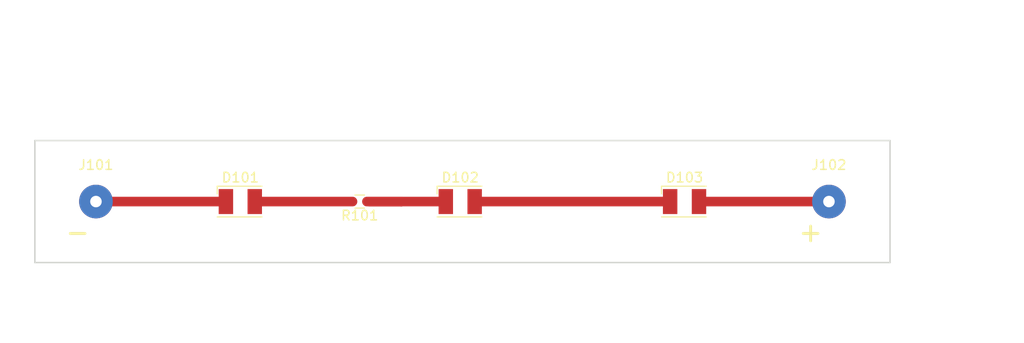
<source format=kicad_pcb>
(kicad_pcb (version 20211014) (generator pcbnew)
  (layers (0 "F.Cu" signal) (31 "B.Cu" signal) (34 "B.Paste" user) (35 "F.Paste" user) (36 "B.SilkS" user "B.Silkscreen") (37 "F.SilkS" user "F.Silkscreen") (38 "B.Mask" user) (39 "F.Mask" user) (44 "Edge.Cuts" user))
  (net 0 "")
  (net 1 "Net-(D101-Pad1)")
  (net 2 "Net-(D101-Pad2)")
  (net 3 "Net-(D102-Pad1)")
  (net 4 "Net-(D102-Pad2)")
  (net 5 "Net-(D103-Pad2)")
  (footprint "LEDs:LED_PLCC-2" (layer "F.Cu") (at 46.76 31.75)
    (fp_text reference "D101" (at 0 -2.5) (layer "F.SilkS"))
    (fp_text value "LIGHT")
    (fp_line (start -2.4 -1.6) (end -2.4 -0.8) (layer "F.SilkS") (width 0.12))
    (fp_line (start 2.25 -1.6) (end -2.4 -1.6) (layer "F.SilkS") (width 0.12))
    (fp_line (start 2.25 1.6) (end -2.4 1.6) (layer "F.SilkS") (width 0.12))
    (pad "1" smd rect locked (at -1.5 0) (size 1.5 2.6) (layers "F.Cu" "F.Paste" "F.Mask") (net 1 "Net-(D101-Pad1)"))
    (pad "2" smd rect locked (at 1.5 0) (size 1.5 2.6) (layers "F.Cu" "F.Paste" "F.Mask") (net 2 "Net-(D101-Pad2)"))
  )
  (footprint "LEDs:LED_PLCC-2" (layer "F.Cu") (at 69.62 31.75)
    (fp_text reference "D102" (at 0 -2.5) (layer "F.SilkS"))
    (fp_text value "LIGHT")
    (fp_line (start -2.4 -1.6) (end -2.4 -0.8) (layer "F.SilkS") (width 0.12))
    (fp_line (start 2.25 -1.6) (end -2.4 -1.6) (layer "F.SilkS") (width 0.12))
    (fp_line (start 2.25 1.6) (end -2.4 1.6) (layer "F.SilkS") (width 0.12))
    (pad "1" smd rect locked (at -1.5 0) (size 1.5 2.6) (layers "F.Cu" "F.Paste" "F.Mask") (net 3 "Net-(D102-Pad1)"))
    (pad "2" smd rect locked (at 1.5 0) (size 1.5 2.6) (layers "F.Cu" "F.Paste" "F.Mask") (net 4 "Net-(D102-Pad2)"))
  )
  (footprint "LEDs:LED_PLCC-2" (layer "F.Cu") (at 92.94 31.75)
    (fp_text reference "D103" (at 0 -2.5) (layer "F.SilkS"))
    (fp_text value "LIGHT")
    (fp_line (start 2.25 -1.6) (end -2.4 -1.6) (layer "F.SilkS") (width 0.12))
    (fp_line (start 2.25 1.6) (end -2.4 1.6) (layer "F.SilkS") (width 0.12))
    (fp_line (start -2.4 -1.6) (end -2.4 -0.8) (layer "F.SilkS") (width 0.12))
    (pad "1" smd rect locked (at -1.5 0) (size 1.5 2.6) (layers "F.Cu" "F.Paste" "F.Mask") (net 4 "Net-(D102-Pad2)"))
    (pad "2" smd rect locked (at 1.5 0) (size 1.5 2.6) (layers "F.Cu" "F.Paste" "F.Mask") (net 5 "Net-(D103-Pad2)"))
  )
  (footprint "Wire_Pads:SolderWirePad_single_1-2mmDrill" (layer "F.Cu") (at 31.75 31.75)
    (fp_text reference "J101" (at 0 -3.81) (layer "F.SilkS"))
    (fp_text value "-" (at -1.905 3.175) (layer "F.SilkS") (effects (font (size 2 2) (thickness 0.3))))
    (pad "1" thru_hole circle locked (at 0 0) (size 3.50012 3.50012) (drill 1.19888) (layers *.Cu *.Mask) (net 1 "Net-(D101-Pad1)"))
  )
  (footprint "Wire_Pads:SolderWirePad_single_1-2mmDrill" (layer "F.Cu") (at 107.95 31.75)
    (fp_text reference "J102" (at 0 -3.81) (layer "F.SilkS"))
    (fp_text value "+" (at -1.905 3.175) (layer "F.SilkS") (effects (font (size 2 2) (thickness 0.3))))
    (pad "1" thru_hole circle locked (at 0 0) (size 3.50012 3.50012) (drill 1.19888) (layers *.Cu *.Mask) (net 5 "Net-(D103-Pad2)"))
  )
  (footprint "Resistors_SMD:R_0603" (layer "F.Cu") (at 59.17 31.75 180)
    (fp_text reference "R101" (at 0 -1.45 180) (layer "F.SilkS"))
    (fp_text value "150")
    (fp_line (start 0.5 0.68) (end -0.5 0.68) (layer "F.SilkS") (width 0.12))
    (fp_line (start -0.5 -0.68) (end 0.5 -0.68) (layer "F.SilkS") (width 0.12))
    (pad "1" smd rect locked (at -0.75 0 180) (size 0.5 0.9) (layers "F.Cu" "F.Paste" "F.Mask") (net 3 "Net-(D102-Pad1)"))
    (pad "2" smd rect locked (at 0.75 0 180) (size 0.5 0.9) (layers "F.Cu" "F.Paste" "F.Mask") (net 2 "Net-(D101-Pad2)"))
  )
  (gr_line (start 25.4 38.1) (end 114.3 38.1) (layer "Edge.Cuts") (width 0.15))
  (gr_line (start 25.4 25.4) (end 25.4 38.1) (layer "Edge.Cuts") (width 0.15))
  (gr_line (start 114.3 38.1) (end 114.3 25.4) (layer "Edge.Cuts") (width 0.15))
  (gr_line (start 114.3 25.4) (end 25.4 25.4) (layer "Edge.Cuts") (width 0.15))
  (segment (start 31.75 31.75) (end 45.26 31.75) (width 1) (layer "F.Cu") (net 1))
  (segment (start 48.26 31.75) (end 58.42 31.75) (width 1) (layer "F.Cu") (net 2))
  (segment (start 63.5 31.75) (end 60.170009 31.75) (width 1) (layer "F.Cu") (net 3))
  (segment (start 59.92 31.75) (end 63.5 31.75) (width 1) (layer "F.Cu") (net 3))
  (segment (start 68.12 31.75) (end 63.5 31.75) (width 1) (layer "F.Cu") (net 3))
  (segment (start 71.12 31.75) (end 91.44 31.75) (width 1) (layer "F.Cu") (net 4))
  (segment (start 94.44 31.75) (end 107.95 31.75) (width 1) (layer "F.Cu") (net 5))
)
</source>
